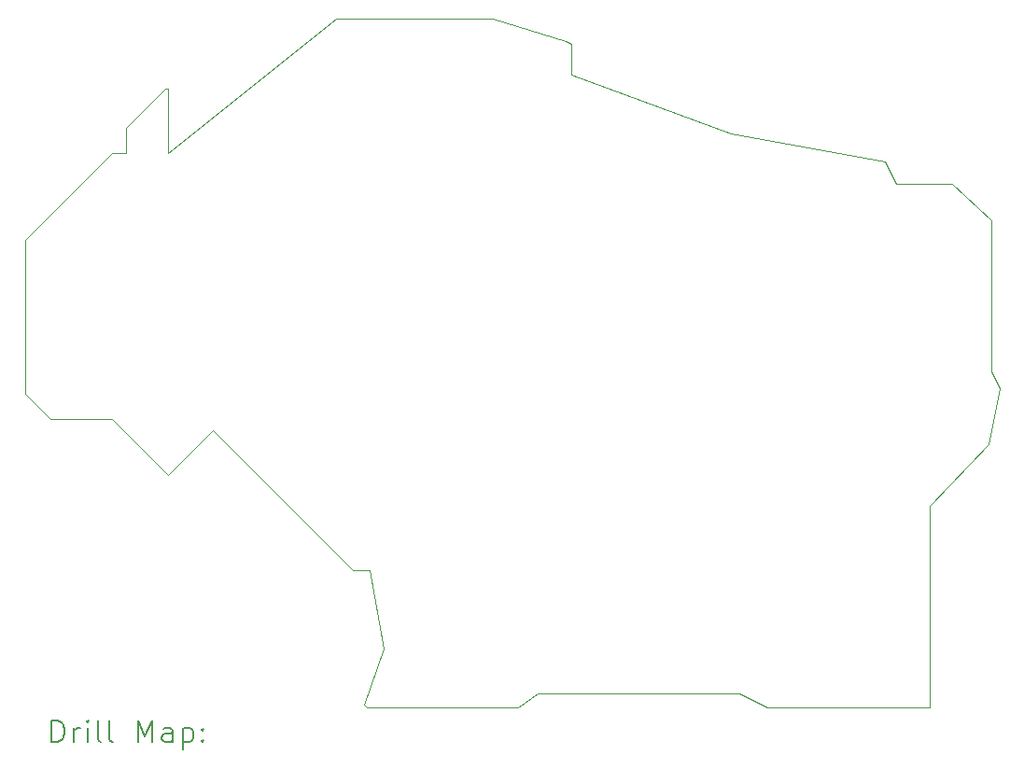
<source format=gbr>
%TF.GenerationSoftware,KiCad,Pcbnew,7.0.1*%
%TF.CreationDate,2024-01-19T17:32:19-06:00*%
%TF.ProjectId,Techno Buffalo,54656368-6e6f-4204-9275-6666616c6f2e,rev?*%
%TF.SameCoordinates,Original*%
%TF.FileFunction,Drillmap*%
%TF.FilePolarity,Positive*%
%FSLAX45Y45*%
G04 Gerber Fmt 4.5, Leading zero omitted, Abs format (unit mm)*
G04 Created by KiCad (PCBNEW 7.0.1) date 2024-01-19 17:32:19*
%MOMM*%
%LPD*%
G01*
G04 APERTURE LIST*
%ADD10C,0.100000*%
%ADD11C,0.200000*%
G04 APERTURE END LIST*
D10*
X13970000Y-12369800D02*
X13893800Y-12217400D01*
X13335000Y-15265400D02*
X13335000Y-13436600D01*
X7975600Y-9017000D02*
X7950200Y-9017000D01*
X5918200Y-12649200D02*
X6426200Y-13157200D01*
X5918200Y-10236200D02*
X5130800Y-11023600D01*
X6400800Y-9652000D02*
X6045200Y-10007600D01*
X9372600Y-9017000D02*
X7975600Y-9017000D01*
X11607800Y-15138400D02*
X11861800Y-15265400D01*
X8255000Y-14020800D02*
X8382000Y-14732000D01*
X10033000Y-9220200D02*
X9372600Y-9017000D01*
X9601200Y-15265400D02*
X9779000Y-15138400D01*
X12928600Y-10312400D02*
X11531600Y-10058400D01*
X5130800Y-12420600D02*
X5359400Y-12649200D01*
X8204200Y-15240000D02*
X8229600Y-15265400D01*
X8102600Y-14020800D02*
X8255000Y-14020800D01*
X8382000Y-14732000D02*
X8204200Y-15240000D01*
X6426200Y-9652000D02*
X6400800Y-9652000D01*
X13030200Y-10515600D02*
X12928600Y-10312400D01*
X10083800Y-9245600D02*
X10033000Y-9220200D01*
X5130800Y-11023600D02*
X5130800Y-12420600D01*
X6426200Y-10236200D02*
X6426200Y-9652000D01*
X6426200Y-13157200D02*
X6832600Y-12750800D01*
X6045200Y-10236200D02*
X5918200Y-10236200D01*
X8229600Y-15265400D02*
X9601200Y-15265400D01*
X13538200Y-10515600D02*
X13030200Y-10515600D01*
X13893800Y-10845800D02*
X13538200Y-10515600D01*
X9779000Y-15138400D02*
X11607800Y-15138400D01*
X7950200Y-9017000D02*
X6426200Y-10236200D01*
X13868400Y-12877800D02*
X13970000Y-12369800D01*
X6832600Y-12750800D02*
X8102600Y-14020800D01*
X6045200Y-10007600D02*
X6045200Y-10236200D01*
X11531600Y-10058400D02*
X10083800Y-9525000D01*
X11861800Y-15265400D02*
X13335000Y-15265400D01*
X13893800Y-12217400D02*
X13893800Y-10845800D01*
X5359400Y-12649200D02*
X5918200Y-12649200D01*
X13335000Y-13436600D02*
X13868400Y-12877800D01*
X10083800Y-9525000D02*
X10083800Y-9245600D01*
D11*
X5373419Y-15582924D02*
X5373419Y-15382924D01*
X5373419Y-15382924D02*
X5421038Y-15382924D01*
X5421038Y-15382924D02*
X5449610Y-15392448D01*
X5449610Y-15392448D02*
X5468657Y-15411495D01*
X5468657Y-15411495D02*
X5478181Y-15430543D01*
X5478181Y-15430543D02*
X5487705Y-15468638D01*
X5487705Y-15468638D02*
X5487705Y-15497209D01*
X5487705Y-15497209D02*
X5478181Y-15535305D01*
X5478181Y-15535305D02*
X5468657Y-15554352D01*
X5468657Y-15554352D02*
X5449610Y-15573400D01*
X5449610Y-15573400D02*
X5421038Y-15582924D01*
X5421038Y-15582924D02*
X5373419Y-15582924D01*
X5573419Y-15582924D02*
X5573419Y-15449590D01*
X5573419Y-15487686D02*
X5582943Y-15468638D01*
X5582943Y-15468638D02*
X5592467Y-15459114D01*
X5592467Y-15459114D02*
X5611514Y-15449590D01*
X5611514Y-15449590D02*
X5630562Y-15449590D01*
X5697228Y-15582924D02*
X5697228Y-15449590D01*
X5697228Y-15382924D02*
X5687705Y-15392448D01*
X5687705Y-15392448D02*
X5697228Y-15401971D01*
X5697228Y-15401971D02*
X5706752Y-15392448D01*
X5706752Y-15392448D02*
X5697228Y-15382924D01*
X5697228Y-15382924D02*
X5697228Y-15401971D01*
X5821038Y-15582924D02*
X5801990Y-15573400D01*
X5801990Y-15573400D02*
X5792467Y-15554352D01*
X5792467Y-15554352D02*
X5792467Y-15382924D01*
X5925800Y-15582924D02*
X5906752Y-15573400D01*
X5906752Y-15573400D02*
X5897228Y-15554352D01*
X5897228Y-15554352D02*
X5897228Y-15382924D01*
X6154371Y-15582924D02*
X6154371Y-15382924D01*
X6154371Y-15382924D02*
X6221038Y-15525781D01*
X6221038Y-15525781D02*
X6287705Y-15382924D01*
X6287705Y-15382924D02*
X6287705Y-15582924D01*
X6468657Y-15582924D02*
X6468657Y-15478162D01*
X6468657Y-15478162D02*
X6459133Y-15459114D01*
X6459133Y-15459114D02*
X6440086Y-15449590D01*
X6440086Y-15449590D02*
X6401990Y-15449590D01*
X6401990Y-15449590D02*
X6382943Y-15459114D01*
X6468657Y-15573400D02*
X6449609Y-15582924D01*
X6449609Y-15582924D02*
X6401990Y-15582924D01*
X6401990Y-15582924D02*
X6382943Y-15573400D01*
X6382943Y-15573400D02*
X6373419Y-15554352D01*
X6373419Y-15554352D02*
X6373419Y-15535305D01*
X6373419Y-15535305D02*
X6382943Y-15516257D01*
X6382943Y-15516257D02*
X6401990Y-15506733D01*
X6401990Y-15506733D02*
X6449609Y-15506733D01*
X6449609Y-15506733D02*
X6468657Y-15497209D01*
X6563895Y-15449590D02*
X6563895Y-15649590D01*
X6563895Y-15459114D02*
X6582943Y-15449590D01*
X6582943Y-15449590D02*
X6621038Y-15449590D01*
X6621038Y-15449590D02*
X6640086Y-15459114D01*
X6640086Y-15459114D02*
X6649609Y-15468638D01*
X6649609Y-15468638D02*
X6659133Y-15487686D01*
X6659133Y-15487686D02*
X6659133Y-15544828D01*
X6659133Y-15544828D02*
X6649609Y-15563876D01*
X6649609Y-15563876D02*
X6640086Y-15573400D01*
X6640086Y-15573400D02*
X6621038Y-15582924D01*
X6621038Y-15582924D02*
X6582943Y-15582924D01*
X6582943Y-15582924D02*
X6563895Y-15573400D01*
X6744848Y-15563876D02*
X6754371Y-15573400D01*
X6754371Y-15573400D02*
X6744848Y-15582924D01*
X6744848Y-15582924D02*
X6735324Y-15573400D01*
X6735324Y-15573400D02*
X6744848Y-15563876D01*
X6744848Y-15563876D02*
X6744848Y-15582924D01*
X6744848Y-15459114D02*
X6754371Y-15468638D01*
X6754371Y-15468638D02*
X6744848Y-15478162D01*
X6744848Y-15478162D02*
X6735324Y-15468638D01*
X6735324Y-15468638D02*
X6744848Y-15459114D01*
X6744848Y-15459114D02*
X6744848Y-15478162D01*
M02*

</source>
